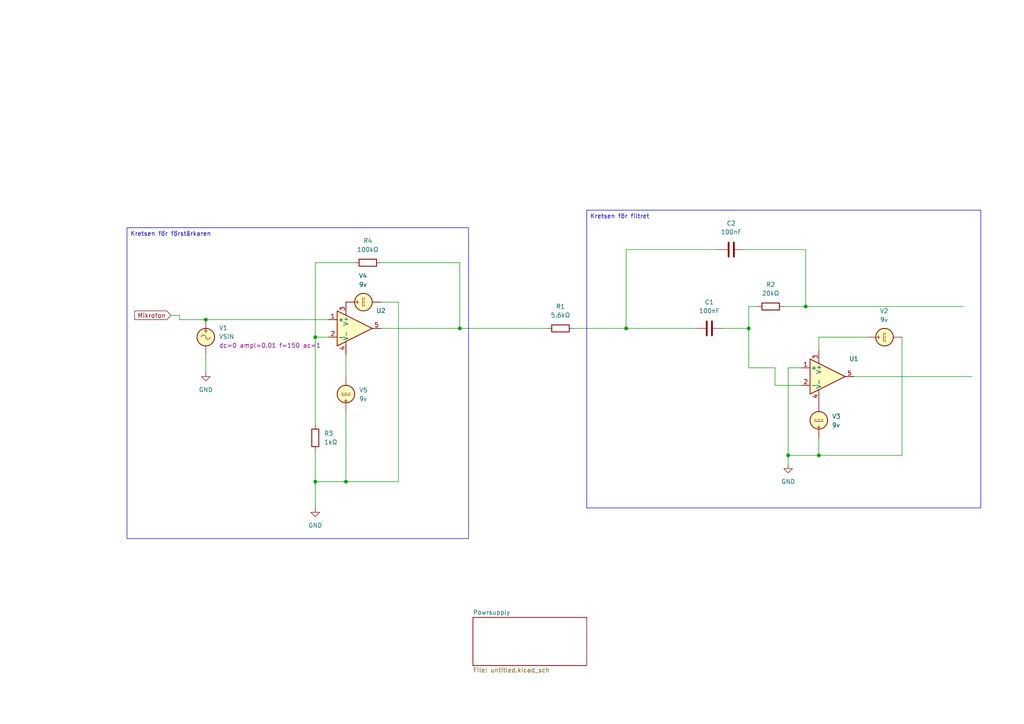
<source format=kicad_sch>
(kicad_sch (version 20250114) (generator "eeschema") (generator_version "9.0")
  (paper "A4")
  (title_block (title "Elproj2"))
  (lib_symbols
    (symbol "Device:C" (pin_numbers (hide yes)) (pin_names (offset 0.254))
      (property "Reference" "C" (at 0.635 2.54 0))
      (property "Value" "C" (at 0.635 -2.54 0))
      (symbol "C_0_1"
        (polyline (pts (xy -2.032 0.762) (xy 2.032 0.762)) (stroke (width 0.508)))
        (polyline (pts (xy -2.032 -0.762) (xy 2.032 -0.762)) (stroke (width 0.508)))
      )
      (symbol "C_1_1"
        (pin passive line (at 0 3.81 270) (length 2.794) (name "~") (number "1"))
        (pin passive line (at 0 -3.81 90) (length 2.794) (name "~") (number "2"))
      )
    )
    (symbol "Device:R" (pin_numbers (hide yes)) (pin_names (offset 0))
      (property "Reference" "R" (at 2.032 0 90))
      (property "Value" "R" (at 0 0 90))
      (symbol "R_0_1"
        (rectangle (start -1.016 -2.54) (end 1.016 2.54) (stroke (width 0.254)))
      )
      (symbol "R_1_1"
        (pin passive line (at 0 3.81 270) (length 1.27) (name "~") (number "1"))
        (pin passive line (at 0 -3.81 90) (length 1.27) (name "~") (number "2"))
      )
    )
    (symbol "Simulation_SPICE:OPAMP" (pin_names (offset 0.254))
      (property "Reference" "U" (at 3.81 3.175 0))
      (property "Value" "${SIM.PARAMS}" (at 3.81 -3.175 0))
      (symbol "OPAMP_0_1"
        (polyline (pts (xy 5.08 0) (xy -5.08 5.08) (xy -5.08 -5.08) (xy 5.08 0)) (stroke (width 0.254)) (fill (type background)))
      )
      (symbol "OPAMP_1_1"
        (pin input line (at -7.62 2.54 0) (length 2.54) (name "+") (number "1"))
        (pin input line (at -7.62 -2.54 0) (length 2.54) (name "-") (number "2"))
        (pin power_in line (at -2.54 7.62 270) (length 3.81) (name "V+") (number "3"))
        (pin power_in line (at -2.54 -7.62 90) (length 3.81) (name "V-") (number "4"))
        (pin output line (at 7.62 0 180) (length 2.54) (name "~") (number "5"))
      )
    )
    (symbol "Simulation_SPICE:VDC" (pin_numbers (hide yes)) (pin_names (offset 0.0254))
      (property "Reference" "V" (at 2.54 2.54 0))
      (property "Value" "1" (at 2.54 0 0))
      (symbol "VDC_0_0"
        (polyline (pts (xy -1.27 0.254) (xy 1.27 0.254)))
        (polyline (pts (xy -0.762 -0.254) (xy -1.27 -0.254)))
        (polyline (pts (xy 0.254 -0.254) (xy -0.254 -0.254)))
        (polyline (pts (xy 1.27 -0.254) (xy 0.762 -0.254)))
        (text "+" (at 0 1.905 0) (effects (font (size 1.27 1.27))))
      )
      (symbol "VDC_0_1"
        (circle (center 0 0) (radius 2.54) (stroke (width 0.254)) (fill (type background)))
      )
      (symbol "VDC_1_1"
        (pin passive line (at 0 5.08 270) (length 2.54) (name "~") (number "1"))
        (pin passive line (at 0 -5.08 90) (length 2.54) (name "~") (number "2"))
      )
    )
    (symbol "Simulation_SPICE:VSIN" (pin_numbers (hide yes)) (pin_names (offset 0.0254))
      (property "Reference" "V" (at 2.54 2.54 0))
      (property "Value" "VSIN" (at 2.54 0 0))
      (property "Sim.Params" "dc=0 ampl=1 f=1k ac=1" (at 2.54 -2.54 0))
      (symbol "VSIN_0_0"
        (arc (start -1.27 0) (mid -0.635 0.6323) (end 0 0))
        (arc (start 1.27 0) (mid 0.635 -0.6323) (end 0 0))
        (text "+" (at 0 1.905 0) (effects (font (size 1.27 1.27))))
      )
      (symbol "VSIN_0_1"
        (circle (center 0 0) (radius 2.54) (stroke (width 0.254)) (fill (type background)))
      )
      (symbol "VSIN_1_1"
        (pin passive line (at 0 5.08 270) (length 2.54) (name "~") (number "1"))
        (pin passive line (at 0 -5.08 90) (length 2.54) (name "~") (number "2"))
      )
    )
    (symbol "power:GND" (power) (pin_numbers (hide yes)) (pin_names (offset 0) (hide yes))
      (property "Value" "GND" (at 0 -3.81 0))
      (symbol "GND_0_1"
        (polyline (pts (xy 0 0) (xy 0 -1.27) (xy 1.27 -1.27) (xy 0 -2.54) (xy -1.27 -1.27) (xy 0 -1.27)))
      )
      (symbol "GND_1_1"
        (pin power_in line (at 0 0 270) (length 0) (name "~") (number "1"))
      )
    )
  )
  (text_box "Kretsen för filtret" (at 170.18 60.96 0) (size 114.3 86.36) (margins 0.9525 0.9525 0.9525 0.9525) (effects (font (size 1.27 1.27)) (justify left top)))
  (text_box "Kretsen för förstärkaren" (at 36.83 66.04 0) (size 99.06 90.17) (margins 0.9525 0.9525 0.9525 0.9525) (effects (font (size 1.27 1.27)) (justify left top)))
  (junction (at 228.6 132.08))
  (junction (at 59.69 92.71))
  (junction (at 233.68 88.9))
  (junction (at 91.44 139.7))
  (junction (at 91.44 97.79))
  (junction (at 133.35 95.25))
  (junction (at 100.33 139.7))
  (junction (at 217.17 95.25))
  (junction (at 237.49 132.08))
  (junction (at 181.61 95.25))
  (wire (pts (xy 100.33 119.38) (xy 100.33 139.7)))
  (wire (pts (xy 181.61 95.25) (xy 201.93 95.25)))
  (wire (pts (xy 247.65 109.22) (xy 281.94 109.22)))
  (wire (pts (xy 181.61 72.39) (xy 181.61 95.25)))
  (wire (pts (xy 91.44 130.81) (xy 91.44 139.7)))
  (wire (pts (xy 209.55 95.25) (xy 217.17 95.25)))
  (wire (pts (xy 49.53 91.44) (xy 52.07 91.44)))
  (wire (pts (xy 251.46 97.79) (xy 237.49 97.79)))
  (wire (pts (xy 228.6 106.68) (xy 232.41 106.68)))
  (wire (pts (xy 261.62 97.79) (xy 261.62 132.08)))
  (wire (pts (xy 233.68 72.39) (xy 233.68 88.9)))
  (wire (pts (xy 91.44 76.2) (xy 102.87 76.2)))
  (wire (pts (xy 224.79 106.68) (xy 224.79 111.76)))
  (wire (pts (xy 237.49 132.08) (xy 237.49 127)))
  (wire (pts (xy 52.07 91.44) (xy 52.07 92.71)))
  (wire (pts (xy 110.49 87.63) (xy 115.57 87.63)))
  (wire (pts (xy 227.33 88.9) (xy 233.68 88.9)))
  (wire (pts (xy 91.44 97.79) (xy 95.25 97.79)))
  (wire (pts (xy 224.79 111.76) (xy 232.41 111.76)))
  (wire (pts (xy 261.62 132.08) (xy 237.49 132.08)))
  (wire (pts (xy 91.44 139.7) (xy 91.44 147.32)))
  (wire (pts (xy 115.57 87.63) (xy 115.57 139.7)))
  (wire (pts (xy 233.68 88.9) (xy 279.4 88.9)))
  (wire (pts (xy 181.61 95.25) (xy 166.37 95.25)))
  (wire (pts (xy 217.17 106.68) (xy 224.79 106.68)))
  (wire (pts (xy 59.69 92.71) (xy 95.25 92.71)))
  (wire (pts (xy 133.35 95.25) (xy 158.75 95.25)))
  (wire (pts (xy 110.49 95.25) (xy 133.35 95.25)))
  (wire (pts (xy 100.33 139.7) (xy 91.44 139.7)))
  (wire (pts (xy 59.69 102.87) (xy 59.69 107.95)))
  (wire (pts (xy 217.17 88.9) (xy 217.17 95.25)))
  (wire (pts (xy 115.57 139.7) (xy 100.33 139.7)))
  (wire (pts (xy 181.61 72.39) (xy 208.28 72.39)))
  (wire (pts (xy 217.17 106.68) (xy 217.17 95.25)))
  (wire (pts (xy 237.49 97.79) (xy 237.49 101.6)))
  (wire (pts (xy 52.07 92.71) (xy 59.69 92.71)))
  (wire (pts (xy 91.44 97.79) (xy 91.44 123.19)))
  (wire (pts (xy 215.9 72.39) (xy 233.68 72.39)))
  (wire (pts (xy 91.44 76.2) (xy 91.44 97.79)))
  (wire (pts (xy 110.49 76.2) (xy 133.35 76.2)))
  (wire (pts (xy 228.6 106.68) (xy 228.6 132.08)))
  (wire (pts (xy 228.6 132.08) (xy 228.6 134.62)))
  (wire (pts (xy 100.33 102.87) (xy 100.33 109.22)))
  (wire (pts (xy 219.71 88.9) (xy 217.17 88.9)))
  (wire (pts (xy 133.35 76.2) (xy 133.35 95.25)))
  (wire (pts (xy 228.6 132.08) (xy 237.49 132.08)))
  (global_label "Mikrofon" (shape input) (at 49.53 91.44 180) (property "Intersheetrefs" "${INTERSHEET_REFS}" (effects (hide yes))))
  (symbol (lib_id "Simulation_SPICE:OPAMP") (at 102.87 95.25 0) (unit 1)
    (property "Reference" "U2" (at 110.49 90.0998 0))
    (property "Value" "${SIM.PARAMS}" (at 110.49 92.0049 0))
    (property "Datasheet" "https://ngspice.sourceforge.io/docs/ngspice-html-manual/manual.xhtml#sec__SUBCKT_Subcircuits" (effects (hide yes)))
    (property "Description" "Operational amplifier, single" (effects (hide yes)))
    (property "Sim.Pins" "1=in+ 2=in- 3=vcc 4=vee 5=out" (effects (hide yes)))
    (property "Sim.Device" "SUBCKT" (effects (hide yes)))
    (property "Sim.Library" "${KICAD9_SYMBOL_DIR}/Simulation_SPICE.sp" (effects (hide yes)))
    (property "Sim.Name" "kicad_builtin_opamp" (effects (hide yes)))
  )
  (symbol (lib_id "Simulation_SPICE:OPAMP") (at 240.03 109.22 0) (unit 1)
    (property "Reference" "U1" (at 247.65 104.0698 0))
    (property "Value" "${SIM.PARAMS}" (at 247.65 105.9749 0))
    (property "Datasheet" "https://ngspice.sourceforge.io/docs/ngspice-html-manual/manual.xhtml#sec__SUBCKT_Subcircuits" (effects (hide yes)))
    (property "Description" "Operational amplifier, single" (effects (hide yes)))
    (property "Sim.Pins" "1=in+ 2=in- 3=vcc 4=vee 5=out" (effects (hide yes)))
    (property "Sim.Device" "SUBCKT" (effects (hide yes)))
    (property "Sim.Library" "${KICAD9_SYMBOL_DIR}/Simulation_SPICE.sp" (effects (hide yes)))
    (property "Sim.Name" "kicad_builtin_opamp" (effects (hide yes)))
  )
  (symbol (lib_id "Simulation_SPICE:VDC") (at 237.49 121.92 180) (unit 1)
    (property "Reference" "V3" (at 241.3 120.7797 0) (effects (justify right)))
    (property "Value" "9v" (at 241.3 123.3197 0) (effects (justify right)))
    (property "Datasheet" "https://ngspice.sourceforge.io/docs/ngspice-html-manual/manual.xhtml#sec_Independent_Sources_for" (effects (hide yes)))
    (property "Description" "Voltage source, DC" (effects (hide yes)))
    (property "Sim.Pins" "1=+ 2=-" (effects (hide yes)))
    (property "Sim.Type" "DC" (effects (hide yes)))
    (property "Sim.Device" "V" (effects (hide yes)))
  )
  (symbol (lib_id "Device:R") (at 106.68 76.2 270) (unit 1)
    (property "Reference" "R4" (at 106.68 69.85 90))
    (property "Value" "100kΩ" (at 106.68 72.39 90))
    (property "Description" "Resistor" (effects (hide yes)))
  )
  (symbol (lib_id "Device:R") (at 91.44 127 180) (unit 1)
    (property "Reference" "R3" (at 93.98 125.7299 0) (effects (justify right)))
    (property "Value" "1kΩ" (at 93.98 128.2699 0) (effects (justify right)))
    (property "Description" "Resistor" (effects (hide yes)))
  )
  (symbol (lib_id "Device:C") (at 205.74 95.25 90) (unit 1)
    (property "Reference" "C1" (at 205.74 87.63 90))
    (property "Value" "100nF" (at 205.74 90.17 90))
    (property "Description" "Unpolarized capacitor" (effects (hide yes)))
  )
  (symbol (lib_id "power:GND") (at 59.69 107.95 0) (unit 1)
    (property "Reference" "#PWR04" (effects (hide yes)))
    (property "Value" "GND" (at 59.69 113.03 0))
    (property "Description" "Power symbol creates a global label with name \"GND\" , ground" (effects (hide yes)))
  )
  (symbol (lib_id "power:GND") (at 91.44 147.32 0) (unit 1)
    (property "Reference" "#PWR01" (effects (hide yes)))
    (property "Value" "GND" (at 91.44 152.4 0))
    (property "Description" "Power symbol creates a global label with name \"GND\" , ground" (effects (hide yes)))
  )
  (symbol (lib_id "Device:R") (at 162.56 95.25 90) (unit 1)
    (property "Reference" "R1" (at 162.56 88.9 90))
    (property "Value" "5.6kΩ" (at 162.56 91.44 90))
    (property "Description" "Resistor" (effects (hide yes)))
  )
  (symbol (lib_id "Simulation_SPICE:VDC") (at 105.41 87.63 90) (unit 1)
    (property "Reference" "V4" (at 105.2802 80.01 90))
    (property "Value" "9v" (at 105.2802 82.55 90))
    (property "Datasheet" "https://ngspice.sourceforge.io/docs/ngspice-html-manual/manual.xhtml#sec_Independent_Sources_for" (effects (hide yes)))
    (property "Description" "Voltage source, DC" (effects (hide yes)))
    (property "Sim.Pins" "1=+ 2=-" (effects (hide yes)))
    (property "Sim.Type" "DC" (effects (hide yes)))
    (property "Sim.Device" "V" (effects (hide yes)))
  )
  (symbol (lib_id "Device:R") (at 223.52 88.9 90) (unit 1)
    (property "Reference" "R2" (at 223.52 82.55 90))
    (property "Value" "20kΩ" (at 223.52 85.09 90))
    (property "Description" "Resistor" (effects (hide yes)))
  )
  (symbol (lib_id "Simulation_SPICE:VDC") (at 100.33 114.3 180) (unit 1)
    (property "Reference" "V5" (at 104.14 113.1597 0) (effects (justify right)))
    (property "Value" "9v" (at 104.14 115.6997 0) (effects (justify right)))
    (property "Datasheet" "https://ngspice.sourceforge.io/docs/ngspice-html-manual/manual.xhtml#sec_Independent_Sources_for" (effects (hide yes)))
    (property "Description" "Voltage source, DC" (effects (hide yes)))
    (property "Sim.Pins" "1=+ 2=-" (effects (hide yes)))
    (property "Sim.Type" "DC" (effects (hide yes)))
    (property "Sim.Device" "V" (effects (hide yes)))
  )
  (symbol (lib_id "power:GND") (at 228.6 134.62 0) (unit 1)
    (property "Reference" "#PWR02" (effects (hide yes)))
    (property "Value" "GND" (at 228.6 139.7 0))
    (property "Description" "Power symbol creates a global label with name \"GND\" , ground" (effects (hide yes)))
  )
  (symbol (lib_id "Simulation_SPICE:VSIN") (at 59.69 97.79 0) (unit 1)
    (property "Reference" "V1" (at 63.5 95.1201 0) (effects (justify left)))
    (property "Value" "VSIN" (at 63.5 97.6601 0) (effects (justify left)))
    (property "Datasheet" "https://ngspice.sourceforge.io/docs/ngspice-html-manual/manual.xhtml#sec_Independent_Sources_for" (effects (hide yes)))
    (property "Description" "Voltage source, sinusoidal" (effects (hide yes)))
    (property "Sim.Pins" "1=+ 2=-" (effects (hide yes)))
    (property "Sim.Params" "dc=0 ampl=0.01 f=150 ac=1" (at 63.5 100.2001 0) (effects (justify left)))
    (property "Sim.Type" "SIN" (effects (hide yes)))
    (property "Sim.Device" "V" (effects (hide yes)))
  )
  (symbol (lib_id "Device:C") (at 212.09 72.39 90) (unit 1)
    (property "Reference" "C2" (at 212.09 64.77 90))
    (property "Value" "100nF" (at 212.09 67.31 90))
    (property "Description" "Unpolarized capacitor" (effects (hide yes)))
  )
  (symbol (lib_id "Simulation_SPICE:VDC") (at 256.54 97.79 90) (unit 1)
    (property "Reference" "V2" (at 256.4102 90.17 90))
    (property "Value" "9v" (at 256.4102 92.71 90))
    (property "Datasheet" "https://ngspice.sourceforge.io/docs/ngspice-html-manual/manual.xhtml#sec_Independent_Sources_for" (effects (hide yes)))
    (property "Description" "Voltage source, DC" (effects (hide yes)))
    (property "Sim.Pins" "1=+ 2=-" (effects (hide yes)))
    (property "Sim.Type" "DC" (effects (hide yes)))
    (property "Sim.Device" "V" (effects (hide yes)))
  )
  (sheet (at 137.16 179.07) (size 33.02 13.97) (stroke (width 0.1524))
    (property "Sheetname" "Powrsupply" (at 137.16 178.3584 0) (effects (justify left bottom)))
    (property "Sheetfile" "untitled.kicad_sch" (at 137.16 193.6246 0) (effects (justify left top)))
  )
)
</source>
